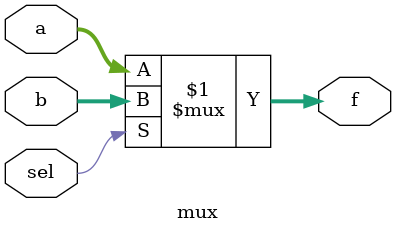
<source format=sv>
module mux
    #(
        parameter N = 32
    )
    (
        input logic sel,
        input logic [N-1:0] a , b , 
        output logic [N-1:0] f
    );

    assign f = sel ? b : a ;

endmodule
</source>
